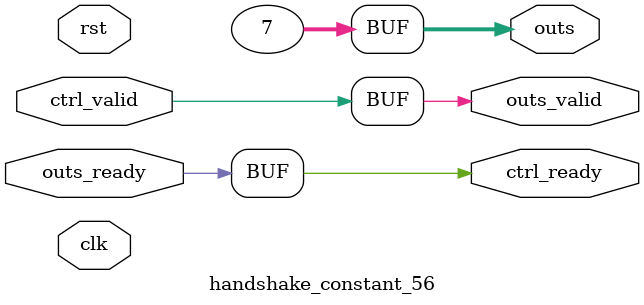
<source format=v>
`timescale 1ns / 1ps
module handshake_constant_56 #(
  parameter DATA_WIDTH = 32  // Default set to 32 bits
) (
  input                       clk,
  input                       rst,
  // Input Channel
  input                       ctrl_valid,
  output                      ctrl_ready,
  // Output Channel
  output [DATA_WIDTH - 1 : 0] outs,
  output                      outs_valid,
  input                       outs_ready
);
  assign outs       = 4'b0111;
  assign outs_valid = ctrl_valid;
  assign ctrl_ready = outs_ready;

endmodule

</source>
